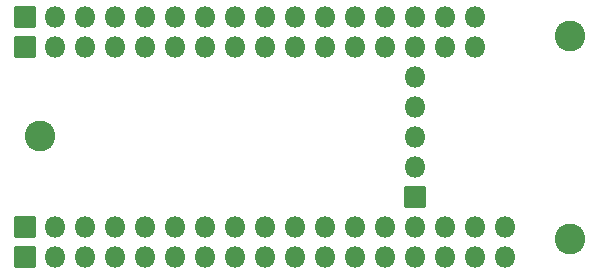
<source format=gbs>
G04 #@! TF.GenerationSoftware,KiCad,Pcbnew,(6.0.0-0)*
G04 #@! TF.CreationDate,2023-05-16T16:06:40-07:00*
G04 #@! TF.ProjectId,ItsyBitsy breadboard,49747379-4269-4747-9379-206272656164,0.0.0*
G04 #@! TF.SameCoordinates,Original*
G04 #@! TF.FileFunction,Soldermask,Bot*
G04 #@! TF.FilePolarity,Negative*
%FSLAX46Y46*%
G04 Gerber Fmt 4.6, Leading zero omitted, Abs format (unit mm)*
G04 Created by KiCad (PCBNEW (6.0.0-0)) date 2023-05-16 16:06:40*
%MOMM*%
%LPD*%
G01*
G04 APERTURE LIST*
G04 Aperture macros list*
%AMRoundRect*
0 Rectangle with rounded corners*
0 $1 Rounding radius*
0 $2 $3 $4 $5 $6 $7 $8 $9 X,Y pos of 4 corners*
0 Add a 4 corners polygon primitive as box body*
4,1,4,$2,$3,$4,$5,$6,$7,$8,$9,$2,$3,0*
0 Add four circle primitives for the rounded corners*
1,1,$1+$1,$2,$3*
1,1,$1+$1,$4,$5*
1,1,$1+$1,$6,$7*
1,1,$1+$1,$8,$9*
0 Add four rect primitives between the rounded corners*
20,1,$1+$1,$2,$3,$4,$5,0*
20,1,$1+$1,$4,$5,$6,$7,0*
20,1,$1+$1,$6,$7,$8,$9,0*
20,1,$1+$1,$8,$9,$2,$3,0*%
G04 Aperture macros list end*
%ADD10RoundRect,0.050800X0.850000X-0.850000X0.850000X0.850000X-0.850000X0.850000X-0.850000X-0.850000X0*%
%ADD11O,1.801600X1.801600*%
%ADD12RoundRect,0.050800X0.850000X0.850000X-0.850000X0.850000X-0.850000X-0.850000X0.850000X-0.850000X0*%
%ADD13C,2.601600*%
G04 APERTURE END LIST*
D10*
X111760000Y-115570000D03*
D11*
X114300000Y-115570000D03*
X116840000Y-115570000D03*
X119380000Y-115570000D03*
X121920000Y-115570000D03*
X124460000Y-115570000D03*
X127000000Y-115570000D03*
X129540000Y-115570000D03*
X132080000Y-115570000D03*
X134620000Y-115570000D03*
X137160000Y-115570000D03*
X139700000Y-115570000D03*
X142240000Y-115570000D03*
X144780000Y-115570000D03*
X147320000Y-115570000D03*
X149860000Y-115570000D03*
X152400000Y-115570000D03*
D10*
X111760000Y-100330000D03*
D11*
X114300000Y-100330000D03*
X116840000Y-100330000D03*
X119380000Y-100330000D03*
X121920000Y-100330000D03*
X124460000Y-100330000D03*
X127000000Y-100330000D03*
X129540000Y-100330000D03*
X132080000Y-100330000D03*
X134620000Y-100330000D03*
X137160000Y-100330000D03*
X139700000Y-100330000D03*
X142240000Y-100330000D03*
X144780000Y-100330000D03*
X147320000Y-100330000D03*
X149860000Y-100330000D03*
D12*
X144780000Y-113030000D03*
D11*
X144780000Y-110490000D03*
X144780000Y-107950000D03*
X144780000Y-105410000D03*
X144780000Y-102870000D03*
D10*
X111760000Y-118110000D03*
D11*
X114300000Y-118110000D03*
X116840000Y-118110000D03*
X119380000Y-118110000D03*
X121920000Y-118110000D03*
X124460000Y-118110000D03*
X127000000Y-118110000D03*
X129540000Y-118110000D03*
X132080000Y-118110000D03*
X134620000Y-118110000D03*
X137160000Y-118110000D03*
X139700000Y-118110000D03*
X142240000Y-118110000D03*
X144780000Y-118110000D03*
X147320000Y-118110000D03*
X149860000Y-118110000D03*
X152400000Y-118110000D03*
D10*
X111760000Y-97790000D03*
D11*
X114300000Y-97790000D03*
X116840000Y-97790000D03*
X119380000Y-97790000D03*
X121920000Y-97790000D03*
X124460000Y-97790000D03*
X127000000Y-97790000D03*
X129540000Y-97790000D03*
X132080000Y-97790000D03*
X134620000Y-97790000D03*
X137160000Y-97790000D03*
X139700000Y-97790000D03*
X142240000Y-97790000D03*
X144780000Y-97790000D03*
X147320000Y-97790000D03*
X149860000Y-97790000D03*
D13*
X157899989Y-99400004D03*
X157899989Y-99400004D03*
X113030000Y-107900000D03*
X113030000Y-107900000D03*
X157899989Y-116599995D03*
X157899989Y-116599995D03*
M02*

</source>
